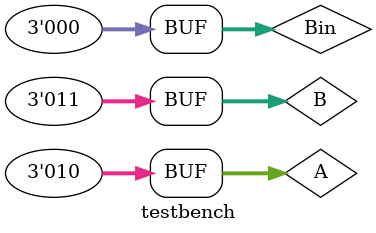
<source format=v>
module halfSub(A,B,Bin,D,Bout);
input [0:2] A,B,Bin;
output [0:1] D, Bout;
assign D = A ^ (B^Bin);
assign Bout =  A & ~(B^Bin) | ~B & Bin;
endmodule

module testbench; 
reg [0:2] A,B,Bin; 
wire [0:1] D, Bout;

halfSub test(A,B,Bin,D,Bout);

initial begin 
A = 01; B = 10; Bin = 11; #100;
A = 01; B = 01; Bin = 00; #100;
A = 00; B = 11; Bin = 10; #100;
A = 11; B = 01; Bin = 01; #100;
A = 10; B = 11; Bin = 00;
end 
endmodule 
</source>
